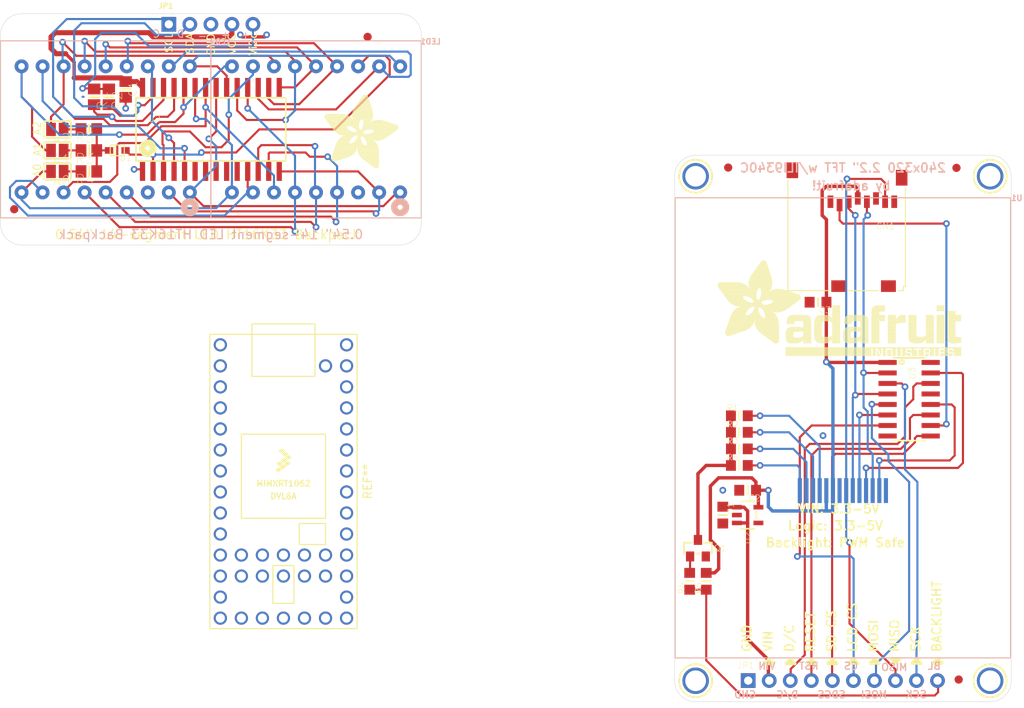
<source format=kicad_pcb>
(kicad_pcb (version 20211014) (generator pcbnew)
  (layers (0 "F.Cu" signal) (31 "B.Cu" signal) (34 "B.Paste" user) (35 "F.Paste" user) (36 "B.SilkS" user "B.Silkscreen") (37 "F.SilkS" user "F.Silkscreen") (38 "B.Mask" user) (39 "F.Mask" user) (44 "Edge.Cuts" user))
  (net 0 "")
  (footprint "" (layer "F.Cu") (at 99.822 44.45)
    (fp_text reference "@HOLE2" hide)
    (fp_text value "")
  )
  (footprint "" (layer "F.Cu") (at 99.822 68.58)
    (fp_text reference "@HOLE0" hide)
    (fp_text value "")
  )
  (footprint "Adafruit 0.54 Alphanumeric v0.1:0805-NO" (layer "F.Cu") (at 109.22 52.578 -90)
    (fp_text reference "R1")
    (fp_text value "10K")
  )
  (footprint "Adafruit 0.54 Alphanumeric v0.1:0805-NO" (layer "F.Cu") (at 108.585 61.595 180)
    (fp_text reference "R4")
    (fp_text value "47K")
  )
  (footprint "Adafruit 0.54 Alphanumeric v0.1:0805-NO" (layer "F.Cu") (at 108.585 56.515 180)
    (fp_text reference "R5")
    (fp_text value "47K")
  )
  (footprint "Adafruit_2.2_SPI_240x320:MOUNTINGHOLE_2.5_PLATED" (layer "F.Cu") (at 181.85 123.14)
    (fp_text reference "U$2" hide)
    (fp_text value "MOUNTINGHOLE2.5" hide)
  )
  (footprint "Adafruit_2.2_SPI_240x320:_0805MP" (layer "F.Cu") (at 187.13 97.12)
    (fp_text reference "R6")
    (fp_text value "10")
  )
  (footprint "Adafruit 0.54 Alphanumeric v0.1:ADAFRUIT_9MM" (layer "F.Cu") (at 137.033 61.214)
    (fp_text reference "U$3" hide)
    (fp_text value "" hide)
  )
  (footprint "Adafruit_2.2_SPI_240x320:MOUNTINGHOLE_2.5_PLATED" (layer "F.Cu") (at 217.41 62.18)
    (fp_text reference "U$3" hide)
    (fp_text value "MOUNTINGHOLE2.5" hide)
  )
  (footprint "Adafruit_2.2_SPI_240x320:_0805MP" (layer "F.Cu") (at 188.13 100.12 180)
    (fp_text reference "C2")
    (fp_text value "10uF")
  )
  (footprint "Adafruit 0.54 Alphanumeric v0.1:SOD-323F" (layer "F.Cu") (at 112.014 59.055 180)
    (fp_text reference "D1")
    (fp_text value "1N4148")
  )
  (footprint "Adafruit_2.2_SPI_240x320:MOUNTINGHOLE_2.5_PLATED" (layer "F.Cu") (at 217.41 123.14)
    (fp_text reference "U$5" hide)
    (fp_text value "MOUNTINGHOLE2.5" hide)
  )
  (footprint "Adafruit_2.2_SPI_240x320:_0805MP" (layer "F.Cu") (at 187.13 93.12)
    (fp_text reference "R2")
    (fp_text value "10")
  )
  (footprint "Adafruit_2.2_SPI_240x320:_0805MP" (layer "F.Cu") (at 187.13 95.12)
    (fp_text reference "R3")
    (fp_text value "10")
  )
  (footprint "Adafruit_2.2_SPI_240x320:FIDUCIAL_1MM" (layer "F.Cu") (at 213.346 61.164)
    (fp_text reference "FID3" hide)
    (fp_text value "FIDUCIAL\"\"" hide)
  )
  (footprint "Adafruit_2.2_SPI_240x320:SOIC16" (layer "F.Cu") (at 207.63 89.12 -90)
    (fp_text reference "U3")
    (fp_text value "74HC4050D")
  )
  (footprint "" (layer "F.Cu") (at 146.812 68.58)
    (fp_text reference "@HOLE1" hide)
    (fp_text value "")
  )
  (footprint "Adafruit 0.54 Alphanumeric v0.1:SOLDERJUMPER_REFLOW_NOPASTE" (layer "F.Cu") (at 104.775 61.595 180)
    (fp_text reference "A0")
    (fp_text value "")
  )
  (footprint "Adafruit 0.54 Alphanumeric v0.1:1X05_ROUND_70" (layer "F.Cu") (at 123.317 43.815)
    (fp_text reference "JP1")
    (fp_text value "")
  )
  (footprint "Adafruit 0.54 Alphanumeric v0.1:FIDUCIAL_1MM" (layer "F.Cu") (at 142.24 45.339)
    (fp_text reference "U$1" hide)
    (fp_text value "FIDUCIAL" hide)
  )
  (footprint "Adafruit_2.2_SPI_240x320:_0805MP" (layer "F.Cu") (at 187.13 91.12)
    (fp_text reference "R1")
    (fp_text value "10")
  )
  (footprint "Adafruit_2.2_SPI_240x320:_0805MP" (layer "F.Cu") (at 196.63 77.398 180)
    (fp_text reference "C3")
    (fp_text value "10uF")
  )
  (footprint "Adafruit 0.54 Alphanumeric v0.1:SOP28_300MIL" (layer "F.Cu") (at 123.317 56.515)
    (fp_text reference "U2")
    (fp_text value "")
  )
  (footprint "Adafruit_2.2_SPI_240x320:MICROSD" (layer "F.Cu") (at 207.13 75.898 180)
    (fp_text reference "CN1")
    (fp_text value "")
  )
  (footprint "" (layer "F.Cu") (at 146.812 44.45)
    (fp_text reference "@HOLE3" hide)
    (fp_text value "")
  )
  (footprint "Adafruit_2.2_SPI_240x320:1X10_ROUND70" (layer "F.Cu") (at 199.63 123.12)
    (fp_text reference "JP1")
    (fp_text value "")
  )
  (footprint "Adafruit 0.54 Alphanumeric v0.1:FIDUCIAL_1MM" (layer "F.Cu") (at 99.568 66.167)
    (fp_text reference "U$2" hide)
    (fp_text value "FIDUCIAL" hide)
  )
  (footprint "Adafruit 0.54 Alphanumeric v0.1:0805-NO" (layer "F.Cu") (at 110.998 52.578 -90)
    (fp_text reference "R2")
    (fp_text value "10K")
  )
  (footprint "Adafruit_2.2_SPI_240x320:SOT23-WIDE" (layer "F.Cu") (at 182.13 107.12)
    (fp_text reference "Q1")
    (fp_text value "2N2222")
  )
  (footprint "Adafruit_2.2_SPI_240x320:ADAFRUIT_TEXT_30MM" (layer "F.Cu") (at 184.265 83.882)
    (fp_text reference "U$20" hide)
    (fp_text value "" hide)
  )
  (footprint "Adafruit_2.2_SPI_240x320:SOT23-5" (layer "F.Cu") (at 188.13 103.12 -90)
    (fp_text reference "U2")
    (fp_text value "RT9193-3.3")
  )
  (footprint "Adafruit 0.54 Alphanumeric v0.1:SOLDERJUMPER_REFLOW_NOPASTE" (layer "F.Cu") (at 104.775 56.515 180)
    (fp_text reference "A2")
    (fp_text value "")
  )
  (footprint "Adafruit_2.2_SPI_240x320:FIDUCIAL_1MM" (layer "F.Cu") (at 213.614 122.993)
    (fp_text reference "FID1" hide)
    (fp_text value "FIDUCIAL\"\"" hide)
  )
  (footprint "Adafruit 0.54 Alphanumeric v0.1:0805-NO" (layer "F.Cu") (at 113.03 51.689 -90)
    (fp_text reference "C1")
    (fp_text value "10uF")
  )
  (footprint "teensy:Teensy40" (layer "F.Cu") (at 132.08 99.06 -90)
    (fp_text reference "REF**")
    (fp_text value "Teensy 4.0")
  )
  (footprint "Adafruit_2.2_SPI_240x320:_0805MP" (layer "F.Cu") (at 183.13 111.12 90)
    (fp_text reference "R5")
    (fp_text value "10K")
  )
  (footprint "Adafruit_2.2_SPI_240x320:_0805MP" (layer "F.Cu") (at 185.13 103.12 -90)
    (fp_text reference "C1")
    (fp_text value "10uF")
  )
  (footprint "Adafruit_2.2_SPI_240x320:FIDUCIAL_1MM" (layer "F.Cu") (at 185.781 61.128)
    (fp_text reference "FID2" hide)
    (fp_text value "FIDUCIAL\"\"" hide)
  )
  (footprint "Adafruit 0.54 Alphanumeric v0.1:0805-NO" (layer "F.Cu") (at 108.585 59.055 180)
    (fp_text reference "R3")
    (fp_text value "47K")
  )
  (footprint "Adafruit 0.54 Alphanumeric v0.1:SOLDERJUMPER_REFLOW_NOPASTE" (layer "F.Cu") (at 104.775 59.055 180)
    (fp_text reference "A1")
    (fp_text value "")
  )
  (footprint "Adafruit_2.2_SPI_240x320:_0805MP" (layer "F.Cu") (at 181.13 111.12 90)
    (fp_text reference "R4")
    (fp_text value "1K")
  )
  (footprint "Adafruit_2.2_SPI_240x320:MOUNTINGHOLE_2.5_PLATED" (layer "F.Cu") (at 181.85 62.18)
    (fp_text reference "U$4" hide)
    (fp_text value "MOUNTINGHOLE2.5" hide)
  )
  (footprint "Adafruit_2.2_SPI_240x320:TM022HDH26_2.2IN_LCD" (layer "B.Cu") (at 199.63 90.501 180)
    (fp_text reference "U1")
    (fp_text value "")
  )
  (footprint "Adafruit 0.54 Alphanumeric v0.1:SEGMENT_STARTBUST_DUAL_KWA-541CBB" (layer "B.Cu") (at 136.017 56.515 180)
    (fp_text reference "LED1")
    (fp_text value "")
  )
  (footprint "Adafruit 0.54 Alphanumeric v0.1:SEGMENT_STARTBUST_DUAL_KWA-541CBB" (layer "B.Cu") (at 110.617 56.515 180)
    (fp_text reference "LED2")
    (fp_text value "")
  )
  (gr_line (start 193.3 120.548) (end 192.792 121.056) (layer "F.SilkS") (width 0.4064))
  (gr_line (start 195.332 121.056) (end 196.348 121.056) (layer "F.SilkS") (width 0.4064))
  (gr_line (start 205.492 120.494) (end 206 121.002) (layer "F.SilkS") (width 0.4064))
  (gr_line (start 202.952 121.002) (end 203.968 121.002) (layer "F.SilkS") (width 0.4064))
  (gr_line (start 190.7 120.548) (end 190.192 121.056) (layer "F.SilkS") (width 0.4064))
  (gr_line (start 211.588 121.002) (end 211.08 120.494) (layer "F.SilkS") (width 0.4064))
  (gr_line (start 208.54 120.494) (end 208.032 121.002) (layer "F.SilkS") (width 0.4064))
  (gr_line (start 190.192 121.056) (end 191.208 121.056) (layer "F.SilkS") (width 0.4064))
  (gr_line (start 210.572 121.002) (end 211.588 121.002) (layer "F.SilkS") (width 0.4064))
  (gr_line (start 203.46 120.494) (end 202.952 121.002) (layer "F.SilkS") (width 0.4064))
  (gr_line (start 211.08 120.494) (end 210.572 121.002) (layer "F.SilkS") (width 0.4064))
  (gr_line (start 195.84 120.548) (end 195.332 121.056) (layer "F.SilkS") (width 0.4064))
  (gr_line (start 203.968 121.002) (end 203.46 120.494) (layer "F.SilkS") (width 0.4064))
  (gr_line (start 192.792 121.056) (end 193.808 121.056) (layer "F.SilkS") (width 0.4064))
  (gr_line (start 197.872 121.056) (end 198.888 121.056) (layer "F.SilkS") (width 0.4064))
  (gr_line (start 198.38 120.548) (end 197.872 121.056) (layer "F.SilkS") (width 0.4064))
  (gr_line (start 206.508 120.494) (end 205.492 120.494) (layer "F.SilkS") (width 0.4064))
  (gr_line (start 191.208 121.056) (end 190.7 120.548) (layer "F.SilkS") (width 0.4064))
  (gr_line (start 208.032 121.002) (end 209.048 121.002) (layer "F.SilkS") (width 0.4064))
  (gr_line (start 201.428 121.002) (end 200.92 120.494) (layer "F.SilkS") (width 0.4064))
  (gr_line (start 196.348 121.056) (end 195.84 120.548) (layer "F.SilkS") (width 0.4064))
  (gr_line (start 200.92 120.494) (end 200.412 121.002) (layer "F.SilkS") (width 0.4064))
  (gr_line (start 206 121.002) (end 206.508 120.494) (layer "F.SilkS") (width 0.4064))
  (gr_line (start 193.808 121.056) (end 193.3 120.548) (layer "F.SilkS") (width 0.4064))
  (gr_line (start 198.888 121.056) (end 198.38 120.548) (layer "F.SilkS") (width 0.4064))
  (gr_line (start 209.048 121.002) (end 208.54 120.494) (layer "F.SilkS") (width 0.4064))
  (gr_line (start 200.412 121.002) (end 201.428 121.002) (layer "F.SilkS") (width 0.4064))
  (gr_line (start 100.457 70.485) (end 146.177 70.485) (layer "Edge.Cuts") (width 0.05))
  (gr_arc (start 146.177 42.545) (mid 147.973051 43.288949) (end 148.717 45.085) (layer "Edge.Cuts") (width 0.05))
  (gr_arc (start 100.457 70.485) (mid 98.660949 69.741051) (end 97.917 67.945) (layer "Edge.Cuts") (width 0.05))
  (gr_line (start 181.85 125.68) (end 217.41 125.68) (layer "Edge.Cuts") (width 0.05))
  (gr_line (start 219.95 123.14) (end 219.95 62.18) (layer "Edge.Cuts") (width 0.05))
  (gr_line (start 148.717 67.945) (end 148.717 45.085) (layer "Edge.Cuts") (width 0.05))
  (gr_arc (start 219.95 123.14) (mid 219.206051 124.936051) (end 217.41 125.68) (layer "Edge.Cuts") (width 0.05))
  (gr_arc (start 217.41 59.64) (mid 219.206051 60.383949) (end 219.95 62.18) (layer "Edge.Cuts") (width 0.05))
  (gr_line (start 97.917 45.085) (end 97.917 67.945) (layer "Edge.Cuts") (width 0.05))
  (gr_line (start 146.177 42.545) (end 100.457 42.545) (layer "Edge.Cuts") (width 0.05))
  (gr_line (start 217.41 59.64) (end 181.85 59.64) (layer "Edge.Cuts") (width 0.05))
  (gr_arc (start 179.31 62.18) (mid 180.053949 60.383949) (end 181.85 59.64) (layer "Edge.Cuts") (width 0.05))
  (gr_arc (start 148.717 67.945) (mid 147.973051 69.741051) (end 146.177 70.485) (layer "Edge.Cuts") (width 0.05))
  (gr_arc (start 181.85 125.68) (mid 180.053949 124.936051) (end 179.31 123.14) (layer "Edge.Cuts") (width 0.05))
  (gr_arc (start 97.917 45.085) (mid 98.660949 43.288949) (end 100.457 42.545) (layer "Edge.Cuts") (width 0.05))
  (gr_line (start 179.31 62.18) (end 179.31 123.14) (layer "Edge.Cuts") (width 0.05))
  (gr_text "D/C" (at 194.342 125.316) (layer "B.SilkS") (effects (font (size 0.8636 0.8636) (thickness 0.1524)) (justify left bottom mirror)))
  (gr_text "MISO" (at 207.502 122.014) (layer "B.SilkS") (effects (font (size 0.8636 0.8636) (thickness 0.1524)) (justify left bottom mirror)))
  (gr_text "by adafruit!" (at 200.646 63.323) (layer "B.SilkS") (effects (font (size 1.0795 1.0795) (thickness 0.1905)) (justify mirror)))
  (gr_text "VIN" (at 191.588 121.866) (layer "B.SilkS") (effects (font (size 0.8636 0.8636) (thickness 0.1524)) (justify left bottom mirror)))
  (gr_text "-" (at 121.666 44.704) (layer "B.SilkS") (effects (font (size 0.89408 0.89408) (thickness 0.12192)) (justify right top mirror)))
  (gr_text "SDCS" (at 200.042 125.316) (layer "B.SilkS") (effects (font (size 0.8636 0.8636) (thickness 0.1524)) (justify left bottom mirror)))
  (gr_text "RST" (at 196.788 121.866) (layer "B.SilkS") (effects (font (size 0.8636 0.8636) (thickness 0.1524)) (justify left bottom mirror)))
  (gr_text "0.54\" 14-segment LED HT16K33 Backpack" (at 123.317 69.215) (layer "B.SilkS") (effects (font (size 1.1176 1.1176) (thickness 0.1524)) (justify mirror)))
  (gr_text "+" (at 126.873 44.577) (layer "B.SilkS") (effects (font (size 0.89408 0.89408) (thickness 0.12192)) (justify right top mirror)))
  (gr_text "CS" (at 201.542 121.866) (layer "B.SilkS") (effects (font (size 0.8636 0.8636) (thickness 0.1524)) (justify left bottom mirror)))
  (gr_text "240x320 2.2\" TFT w/ILI9340C" (at 199.63 61.164) (layer "B.SilkS") (effects (font (size 1.0795 1.0795) (thickness 0.1905)) (justify mirror)))
  (gr_text "SCK" (at 209.836 125.295) (layer "B.SilkS") (effects (font (size 0.8636 0.8636) (thickness 0.1524)) (justify left bottom mirror)))
  (gr_text "MOSI" (at 205.042 125.316) (layer "B.SilkS") (effects (font (size 0.8636 0.8636) (thickness 0.1524)) (justify left bottom mirror)))
  (gr_text "+" (at 124.46 44.577) (layer "B.SilkS") (effects (font (size 0.89408 0.89408) (thickness 0.12192)) (justify right top mirror)))
  (gr_text "D" (at 119.126 44.45) (layer "B.SilkS") (effects (font (size 0.89408 0.89408) (thickness 0.12192)) (justify right top mirror)))
  (gr_text "C" (at 116.205 44.45) (layer "B.SilkS") (effects (font (size 0.89408 0.89408) (thickness 0.12192)) (justify right top mirror)))
  (gr_text "GND" (at 189.242 125.316) (layer "B.SilkS") (effects (font (size 0.8636 0.8636) (thickness 0.1524)) (justify left bottom mirror)))
  (gr_text "BL" (at 211.542 121.866) (layer "B.SilkS") (effects (font (size 0.8636 0.8636) (thickness 0.1524)) (justify left bottom mirror)))
  (gr_text "GND" (at 122.809 44.831 90) (layer "F.SilkS") (effects (font (size 0.89408 0.89408) (thickness 0.12192)) (justify right top)))
  (gr_text "SCL" (at 117.729 44.704 90) (layer "F.SilkS") (effects (font (size 0.89408 0.89408) (thickness 0.12192)) (justify right top)))
  (gr_text "LCD CS" (at 201.428 119.786 90) (layer "F.SilkS") (effects (font (size 1.0795 1.0795) (thickness 0.1905)) (justify left bottom)))
  (gr_text "Logic: 3.3-5V" (at 192.87 105.046) (layer "F.SilkS") (effects (font (size 1.0795 1.0795) (thickness 0.1905)) (justify left bottom)))
  (gr_text "MOSI" (at 203.968 119.786 90) (layer "F.SilkS") (effects (font (size 1.0795 1.0795) (thickness 0.1905)) (justify left bottom)))
  (gr_text "A2" (at 102.87 57.277 90) (layer "F.SilkS") (effects (font (size 0.89408 0.89408) (thickness 0.12192)) (justify left bottom)))
  (gr_text "SCK" (at 209.048 119.786 90) (layer "F.SilkS") (effects (font (size 1.0795 1.0795) (thickness 0.1905)) (justify left bottom)))
  (gr_text "A0" (at 102.87 62.357 90) (layer "F.SilkS") (effects (font (size 0.89408 0.89408) (thickness 0.12192)) (justify left bottom)))
  (gr_text "Backlight: PWM Safe" (at 190.203 107.078) (layer "F.SilkS") (effects (font (size 1.0795 1.0795) (thickness 0.1905)) (justify left bottom)))
  (gr_text "MISO" (at 206.508 119.786 90) (layer "F.SilkS") (effects (font (size 1.0795 1.0795) (thickness 0.1905)) (justify left bottom)))
  (gr_text "BACKLIGHT" (at 211.588 119.786 90) (layer "F.SilkS") (effects (font (size 1.0795 1.0795) (thickness 0.1905)) (justify left bottom)))
  (gr_text "VIN" (at 191.208 119.786 90) (layer "F.SilkS") (effects (font (size 1.0795 1.0795) (thickness 0.1905)) (justify left bottom)))
  (gr_text "RESET" (at 196.348 119.786 90) (layer "F.SilkS") (effects (font (size 1.0795 1.0795) (thickness 0.1905)) (justify left bottom)))
  (gr_text "SD CS" (at 198.888 119.786 90) (layer "F.SilkS") (effects (font (size 1.0795 1.0795) (thickness 0.1905)) (justify left bottom)))
  (gr_text "0.54\" 14-segment LED HT16K33 Backpack " (at 123.317 69.215) (layer "F.SilkS") (effects (font (size 1.1176 1.1176) (thickness 0.1524))))
  (gr_text "A1" (at 102.87 59.817 90) (layer "F.SilkS") (effects (font (size 0.89408 0.89408) (thickness 0.12192)) (justify left bottom)))
  (gr_text "GND" (at 188.668 119.786 90) (layer "F.SilkS") (effects (font (size 1.0795 1.0795) (thickness 0.1905)) (justify left bottom)))
  (gr_text "D/C" (at 193.808 119.786 90) (layer "F.SilkS") (effects (font (size 1.0795 1.0795) (thickness 0.1905)) (justify left bottom)))
  (gr_text "VIN: 3.3-5V" (at 194.14 103.014) (layer "F.SilkS") (effects (font (size 1.0795 1.0795) (thickness 0.1905)) (justify left bottom)))
  (gr_text "VCC" (at 125.349 44.831 90) (layer "F.SilkS") (effects (font (size 0.89408 0.89408) (thickness 0.12192)) (justify right top)))
  (gr_text "SDA" (at 120.269 44.831 90) (layer "F.SilkS") (effects (font (size 0.89408 0.89408) (thickness 0.12192)) (justify right top)))
  (gr_text "Vi2c" (at 127.889 44.704 90) (layer "F.SilkS") (effects (font (size 0.89408 0.89408) (thickness 0.12192)) (justify right top)))
  (segment (start 115.062 51.435) (end 114.366 50.739) (width 0.6096) (layer "F.Cu") (net 0))
  (segment (start 198.33 96.12) (end 198.33 123.09) (width 0.254) (layer "F.Cu") (net 0))
  (segment (start 188.63 98.62) (end 189.13 99.12) (width 0.4064) (layer "F.Cu") (net 0))
  (segment (start 188.08 104.07) (end 188.13 104.12) (width 0.4064) (layer "F.Cu") (net 0))
  (segment (start 144.907 49.911) (end 138.303 56.515) (width 0.254) (layer "F.Cu") (net 0))
  (segment (start 118.11 54.991) (end 116.713 54.991) (width 0.254) (layer "F.Cu") (net 0))
  (segment (start 111.125 62.865) (end 106.68 62.865) (width 0.254) (layer "F.Cu") (net 0))
  (segment (start 183.63 106.12) (end 183.63 99.62) (width 0.4064) (layer "F.Cu") (net 0))
  (segment (start 104.521 44.831) (end 115.824 44.831) (width 0.6096) (layer "F.Cu") (net 0))
  (segment (start 106.68 62.865) (end 105.537 64.008) (width 0.254) (layer "F.Cu") (net 0))
  (segment (start 120.777 64.135) (end 122.428 65.786) (width 0.254) (layer "F.Cu") (net 0))
  (segment (start 113.03 50.8) (end 113.03 50.739) (width 0.6096) (layer "F.Cu") (net 0))
  (segment (start 199.23 67.498) (end 199.63 67.898) (width 0.254) (layer "F.Cu") (net 0))
  (segment (start 109.22 54.356) (end 109.22 53.528) (width 0.254) (layer "F.Cu") (net 0))
  (segment (start 208.13 87.62) (end 208.13 89.12) (width 0.254) (layer "F.Cu") (net 0))
  (segment (start 118.237 64.135) (end 120.523 66.421) (width 0.254) (layer "F.Cu") (net 0))
  (segment (start 113.03 52.639) (end 113.03 53.975) (width 0.254) (layer "F.Cu") (net 0))
  (segment (start 145.796 64.135) (end 146.177 64.135) (width 0.254) (layer "F.Cu") (net 0))
  (segment (start 213.955 85.945) (end 214.13 86.12) (width 0.254) (layer "F.Cu") (net 0))
  (segment (start 184.63 109.62) (end 184.63 107.12) (width 0.4064) (layer "F.Cu") (net 0))
  (segment (start 199.63 67.898) (end 212.13 67.898) (width 0.254) (layer "F.Cu") (net 0))
  (segment (start 109.535 59.055) (end 109.535 61.595) (width 0.254) (layer "F.Cu") (net 0))
  (segment (start 116.713 54.991) (end 115.697 56.007) (width 0.254) (layer "F.Cu") (net 0))
  (segment (start 189.13 100.104) (end 189.146 100.12) (width 0.4064) (layer "F.Cu") (net 0))
  (segment (start 125.476 45.339) (end 125.857 44.958) (width 0.6096) (layer "F.Cu") (net 0))
  (segment (start 208.535 87.215) (end 208.13 87.62) (width 0.254) (layer "F.Cu") (net 0))
  (segment (start 195.03 95.12) (end 195.03 120.02) (width 0.254) (layer "F.Cu") (net 0))
  (segment (start 112.522 50.292) (end 113.03 50.8) (width 0.6096) (layer "F.Cu") (net 0))
  (segment (start 193.33 123.07) (end 193.28 123.12) (width 0.254) (layer "F.Cu") (net 0))
  (segment (start 185.196 102.17) (end 185.13 102.104) (width 0.4064) (layer "F.Cu") (net 0))
  (segment (start 117.475 58.293) (end 117.475 56.769) (width 0.254) (layer "F.Cu") (net 0))
  (segment (start 205.03 92.295) (end 195.855 92.295) (width 0.254) (layer "F.Cu") (net 0))
  (segment (start 116.332 59.563) (end 116.332 61.595) (width 0.254) (layer "F.Cu") (net 0))
  (segment (start 195.83 95.92) (end 195.83 123.11) (width 0.254) (layer "F.Cu") (net 0))
  (segment (start 189.63 91.12) (end 188.146 91.12) (width 0.254) (layer "F.Cu") (net 0))
  (segment (start 130.302 54.102) (end 138.43 54.102) (width 0.254) (layer "F.Cu") (net 0))
  (segment (start 113.522 59.563) (end 113.014 59.055) (width 0.254) (layer "F.Cu") (net 0))
  (segment (start 109.535 56.515) (end 109.535 59.055) (width 0.254) (layer "F.Cu") (net 0))
  (segment (start 109.154 51.562) (end 109.22 51.628) (width 0.254) (layer "F.Cu") (net 0))
  (segment (start 202.305 85.945) (end 202.13 85.92) (width 0.254) (layer "F.Cu") (net 0))
  (segment (start 117.348 56.134) (end 122.682 56.134) (width 0.254) (layer "F.Cu") (net 0))
  (segment (start 122.682 58.674) (end 124.587 58.674) (width 0.254) (layer "F.Cu") (net 0))
  (segment (start 206.63 95.12) (end 196.63 95.12) (width 0.254) (layer "F.Cu") (net 0))
  (segment (start 144.907 48.133) (end 144.907 49.911) (width 0.254) (layer "F.Cu") (net 0))
  (segment (start 133.477 48.26) (end 133.477 48.895) (width 0.254) (layer "F.Cu") (net 0))
  (segment (start 110.363 55.245) (end 106.934 55.245) (width 0.254) (layer "F.Cu") (net 0))
  (segment (start 118.999 55.626) (end 120.015 54.61) (width 0.254) (layer "F.Cu") (net 0))
  (segment (start 112.334 54.864) (end 114.046 54.864) (width 0.254) (layer "F.Cu") (net 0))
  (segment (start 188.13 104.12) (end 188.13 118.12) (width 0.4064) (layer "F.Cu") (net 0))
  (segment (start 197.646 67.414) (end 197.13 66.898) (width 0.4064) (layer "F.Cu") (net 0))
  (segment (start 117.094 55.626) (end 115.57 57.15) (width 0.254) (layer "F.Cu") (net 0))
  (segment (start 118.872 58.166) (end 118.237 57.531) (width 0.254) (layer "F.Cu") (net 0))
  (segment (start 211.955 92.295) (end 212.13 92.12) (width 0.254) (layer "F.Cu") (net 0))
  (segment (start 113.538 46.101) (end 113.284 45.847) (width 0.254) (layer "F.Cu") (net 0))
  (segment (start 195.83 123.11) (end 195.82 123.12) (width 0.254) (layer "F.Cu") (net 0))
  (segment (start 132.334 55.372) (end 127.635 55.372) (width 0.254) (layer "F.Cu") (net 0))
  (segment (start 201.925 91.025) (end 201.63 91.02) (width 0.254) (layer "F.Cu") (net 0))
  (segment (start 108.077 45.847) (end 109.347 47.117) (width 0.254) (layer "F.Cu") (net 0))
  (segment (start 187.68 102.17) (end 188.13 102.62) (width 0.4064) (layer "F.Cu") (net 0))
  (segment (start 123.952 56.769) (end 123.063 57.658) (width 0.254) (layer "F.Cu") (net 0))
  (segment (start 117.094 55.626) (end 118.999 55.626) (width 0.254) (layer "F.Cu") (net 0))
  (segment (start 110.998 53.528) (end 112.334 54.864) (width 0.254) (layer "F.Cu") (net 0))
  (segment (start 120.015 54.61) (end 120.015 53.848) (width 0.254) (layer "F.Cu") (net 0))
  (segment (start 184.63 98.62) (end 188.63 98.62) (width 0.4064) (layer "F.Cu") (net 0))
  (segment (start 213.13 95.92) (end 212.53 96.52) (width 0.254) (layer "F.Cu") (net 0))
  (segment (start 105.537 64.008) (end 105.537 64.135) (width 0.254) (layer "F.Cu") (net 0))
  (segment (start 200.43 116.22) (end 205.98 121.77) (width 0.254) (layer "F.Cu") (net 0))
  (segment (start 120.777 48.895) (end 124.079 48.895) (width 0.254) (layer "F.Cu") (net 0))
  (segment (start 111.887 55.499) (end 115.062 55.499) (width 0.254) (layer "F.Cu") (net 0))
  (segment (start 117.602 52.959) (end 117.602 51.435) (width 0.254) (layer "F.Cu") (net 0))
  (segment (start 214.13 86.12) (end 214.13 96.82) (width 0.254) (layer "F.Cu") (net 0))
  (segment (start 117.475 56.769) (end 120.777 56.769) (width 0.254) (layer "F.Cu") (net 0))
  (segment (start 121.539 55.245) (end 121.539 55.118) (width 0.254) (layer "F.Cu") (net 0))
  (segment (start 190.63 123.01) (end 190.74 123.12) (width 0.4064) (layer "F.Cu") (net 0))
  (segment (start 210.73 124.92) (end 211.13 124.52) (width 0.254) (layer "F.Cu") (net 0))
  (segment (start 111.379 54.991) (end 111.887 55.499) (width 0.254) (layer "F.Cu") (net 0))
  (segment (start 104.648 47.371) (end 104.013 46.736) (width 0.6096) (layer "F.Cu") (net 0))
  (segment (start 202.53 66.798) (end 202.63 66.898) (width 0.254) (layer "F.Cu") (net 0))
  (segment (start 184.146 110.104) (end 184.63 109.62) (width 0.4064) (layer "F.Cu") (net 0))
  (segment (start 131.572 61.595) (end 141.097 61.595) (width 0.254) (layer "F.Cu") (net 0))
  (segment (start 129.032 52.832) (end 130.302 54.102) (width 0.254) (layer "F.Cu") (net 0))
  (segment (start 207.13 93.62) (end 206.23 94.52) (width 0.254) (layer "F.Cu") (net 0))
  (segment (start 129.794 45.339) (end 130.048 45.085) (width 0.4064) (layer "F.Cu") (net 0))
  (segment (start 104.013 46.736) (end 104.013 45.339) (width 0.6096) (layer "F.Cu") (net 0))
  (segment (start 181.18 108.12) (end 181.18 110.054) (width 0.254) (layer "F.Cu") (net 0))
  (segment (start 198.33 123.09) (end 198.36 123.12) (width 0.254) (layer "F.Cu") (net 0))
  (segment (start 116.332 52.578) (end 116.332 51.435) (width 0.254) (layer "F.Cu") (net 0))
  (segment (start 103.378 59.055) (end 104.013 59.055) (width 0.254) (layer "F.Cu") (net 0))
  (segment (start 200.13 62.498) (end 204.23 62.498) (width 0.254) (layer "F.Cu") (net 0))
  (segment (start 135.255 59.817) (end 137.414 59.817) (width 0.254) (layer "F.Cu") (net 0))
  (segment (start 135.763 46.101) (end 113.538 46.101) (width 0.254) (layer "F.Cu") (net 0))
  (segment (start 120.523 66.421) (end 143.002 66.421) (width 0.254) (layer "F.Cu") (net 0))
  (segment (start 105.537 56.515) (end 107.635 56.515) (width 0.254) (layer "F.Cu") (net 0))
  (segment (start 111.379 54.991) (end 111.125 54.737) (width 0.254) (layer "F.Cu") (net 0))
  (segment (start 141.097 48.895) (end 142.367 47.625) (width 0.254) (layer "F.Cu") (net 0))
  (segment (start 205.03 88.485) (end 201.265 88.485) (width 0.254) (layer "F.Cu") (net 0))
  (segment (start 121.539 55.118) (end 121.412 54.991) (width 0.254) (layer "F.Cu") (net 0))
  (segment (start 123.952 51.435) (end 123.952 56.769) (width 0.254) (layer "F.Cu") (net 0))
  (segment (start 114.046 54.864) (end 114.554 54.356) (width 0.254) (layer "F.Cu") (net 0))
  (segment (start 114.538 53.578) (end 114.554 53.594) (width 0.254) (layer "F.Cu") (net 0))
  (segment (start 207.73 91.42) (end 207.73 94.02) (width 0.254) (layer "F.Cu") (net 0))
  (segment (start 186.114 91.12) (end 186.114 93.12) (width 0.4064) (layer "F.Cu") (net 0))
  (segment (start 189.4301 100.4041) (end 189.146 100.12) (width 0.4064) (layer "F.Cu") (net 0))
  (segment (start 121.412 54.991) (end 121.412 51.435) (width 0.254) (layer "F.Cu") (net 0))
  (segment (start 117.602 61.595) (end 117.602 58.42) (width 0.254) (layer "F.Cu") (net 0))
  (segment (start 183.13 112.136) (end 183.13 120.677) (width 0.254) (layer "F.Cu") (net 0))
  (segment (start 144.145 65.786) (end 145.796 64.135) (width 0.254) (layer "F.Cu") (net 0))
  (segment (start 101.727 57.404) (end 103.378 59.055) (width 0.254) (layer "F.Cu") (net 0))
  (segment (start 130.302 59.436) (end 130.429 59.309) (width 0.254) (layer "F.Cu") (net 0))
  (segment (start 195.63 94.52) (end 195.03 95.12) (width 0.254) (layer "F.Cu") (net 0))
  (segment (start 210.23 91.025) (end 208.125 91.025) (width 0.254) (layer "F.Cu") (net 0))
  (segment (start 112.268 58.166) (end 112.014 58.42) (width 0.254) (layer "F.Cu") (net 0))
  (segment (start 205.03 85.945) (end 202.305 85.945) (width 0.254) (layer "F.Cu") (net 0))
  (segment (start 102.997 61.595) (end 100.457 64.135) (width 0.254) (layer "F.Cu") (net 0))
  (segment (start 189.4301 102.17) (end 189.4301 100.4041) (width 0.4064) (layer "F.Cu") (net 0))
  (segment (start 112.268 68.326) (end 132.969 68.326) (width 0.254) (layer "F.Cu") (net 0))
  (segment (start 130.302 52.832) (end 130.937 53.467) (width 0.254) (layer "F.Cu") (net 0))
  (segment (start 205.03 84.675) (end 197.685 84.675) (width 0.4064) (layer "F.Cu") (net 0))
  (segment (start 104.013 45.339) (end 104.521 44.831) (width 0.6096) (layer "F.Cu") (net 0))
  (segment (start 200.33 65.258) (end 200.33 66.098) (width 0.254) (layer "F.Cu") (net 0))
  (segment (start 105.3465 53.6575) (end 104.013 54.991) (width 0.254) (layer "F.Cu") (net 0))
  (segment (start 207.13 90.12) (end 207.13 93.62) (width 0.254) (layer "F.Cu") (net 0))
  (segment (start 114.173 67.691) (end 135.382 67.691) (width 0.254) (layer "F.Cu") (net 0))
  (segment (start 100.457 48.895) (end 100.457 52.578) (width 0.254) (layer "F.Cu") (net 0))
  (segment (start 197.685 84.675) (end 197.63 84.62) (width 0.4064) (layer "F.Cu") (net 0))
  (segment (start 120.777 56.769) (end 122.682 58.674) (width 0.254) (layer "F.Cu") (net 0))
  (segment (start 102.997 61.595) (end 104.013 61.595) (width 0.254) (layer "F.Cu") (net 0))
  (segment (start 116.332 52.578) (end 115.316 53.594) (width 0.254) (layer "F.Cu") (net 0))
  (segment (start 105.537 53.467) (end 105.3465 53.6575) (width 0.254) (layer "F.Cu") (net 0))
  (segment (start 116.332 45.339) (end 125.476 45.339) (width 0.6096) (layer "F.Cu") (net 0))
  (segment (start 100.457 52.578) (end 101.727 53.848) (width 0.254) (layer "F.Cu") (net 0))
  (segment (start 115.062 61.595) (end 115.062 61.341) (width 0.254) (layer "F.Cu") (net 0))
  (segment (start 118.872 51.435) (end 118.872 54.229) (width 0.254) (layer "F.Cu") (net 0))
  (segment (start 130.937 48.26) (end 130.937 48.895) (width 0.254) (layer "F.Cu") (net 0))
  (segment (start 112.014 58.42) (end 112.014 61.976) (width 0.254) (layer "F.Cu") (net 0))
  (segment (start 106.934 55.245) (end 105.3465 53.6575) (width 0.254) (layer "F.Cu") (net 0))
  (segment (start 205.03 89.755) (end 203.265 89.755) (width 0.254) (layer "F.Cu") (net 0))
  (segment (start 115.062 55.499) (end 117.602 52.959) (width 0.254) (layer "F.Cu") (net 0))
  (segment (start 127.635 55.372) (end 126.492 54.229) (width 0.254) (layer "F.Cu") (net 0))
  (segment (start 186.8299 104.07) (end 188.08 104.07) (width 0.4064) (layer "F.Cu") (net 0))
  (segment (start 188.13 118.12) (end 190.63 120.62) (width 0.4064) (layer "F.Cu") (net 0))
  (segment (start 141.097 61.595) (end 143.637 64.135) (width 0.254) (layer "F.Cu") (net 0))
  (segment (start 201.265 88.485) (end 201.13 88.62) (width 0.254) (layer "F.Cu") (net 0))
  (segment (start 210.23 87.215) (end 208.535 87.215) (width 0.254) (layer "F.Cu") (net 0))
  (segment (start 111.125 56.007) (end 110.363 55.245) (width 0.254) (layer "F.Cu") (net 0))
  (segment (start 184.63 107.12) (end 183.63 106.12) (width 0.4064) (layer "F.Cu") (net 0))
  (segment (start 114.366 50.739) (end 113.03 50.739) (width 0.6096) (layer "F.Cu") (net 0))
  (segment (start 193.33 121.72) (end 193.33 123.07) (width 0.254) (layer "F.Cu") (net 0))
  (segment (start 131.572 51.435) (end 133.477 51.435) (width 0.254) (layer "F.Cu") (net 0))
  (segment (start 126.873 45.085) (end 127.127 45.339) (width 0.4064) (layer "F.Cu") (net 0))
  (segment (start 116.078 67.056) (end 137.795 67.056) (width 0.254) (layer "F.Cu") (net 0))
  (segment (start 113.522 59.563) (end 116.332 59.563) (width 0.254) (layer "F.Cu") (net 0))
  (segment (start 127.762 63.5) (end 128.397 64.135) (width 0.254) (layer "F.Cu") (net 0))
  (segment (start 105.537 61.595) (end 107.635 61.595) (width 0.254) (layer "F.Cu") (net 0))
  (segment (start 129.032 51.435) (end 129.032 52.832) (width 0.254) (layer "F.Cu") (net 0))
  (segment (start 210.23 89.755) (end 212.765 89.755) (width 0.254) (layer "F.Cu") (net 0))
  (segment (start 208.33 94.32) (end 206.93 95.72) (width 0.254) (layer "F.Cu") (net 0))
  (segment (start 107.823 51.562) (end 109.154 51.562) (width 0.254) (layer "F.Cu") (net 0))
  (segment (start 126.365 59.309) (end 122.174 59.309) (width 0.254) (layer "F.Cu") (net 0))
  (segment (start 120.142 58.801) (end 120.142 61.595) (width 0.254) (layer "F.Cu") (net 0))
  (segment (start 125.857 44.958) (end 125.857 43.815) (width 0.6096) (layer "F.Cu") (net 0))
  (segment (start 210.23 93.565) (end 208.585 93.565) (width 0.254) (layer "F.Cu") (net 0))
  (segment (start 129.032 58.801) (end 129.413 58.42) (width 0.254) (layer "F.Cu") (net 0))
  (segment (start 125.476 57.785) (end 125.476 54.737) (width 0.254) (layer "F.Cu") (net 0))
  (segment (start 213.13 90.12) (end 213.13 95.92) (width 0.254) (layer "F.Cu") (net 0))
  (segment (start 189.63 93.12) (end 188.146 93.12) (width 0.254) (layer "F.Cu") (net 0))
  (segment (start 129.032 61.595) (end 129.032 58.801) (width 0.254) (layer "F.Cu") (net 0))
  (segment (start 197.63 77.414) (end 197.646 77.398) (width 0.4064) (layer "F.Cu") (net 0))
  (segment (start 189.13 99.12) (end 189.13 100.104) (width 0.4064) (layer "F.Cu") (net 0))
  (segment (start 105.537 48.895) (end 105.537 53.467) (width 0.254) (layer "F.Cu") (net 0))
  (segment (start 133.731 46.609) (end 111.125 46.609) (width 0.254) (layer "F.Cu") (net 0))
  (segment (start 208.33 93.82) (end 208.33 94.32) (width 0.254) (layer "F.Cu") (net 0))
  (segment (start 200.43 106.42) (end 200.43 116.22) (width 0.254) (layer "F.Cu") (net 0))
  (segment (start 190.63 100.12) (end 189.146 100.12) (width 0.4064) (layer "F.Cu") (net 0))
  (segment (start 205.98 121.77) (end 205.98 123.12) (width 0.254) (layer "F.Cu") (net 0))
  (segment (start 110.617 64.135) (end 114.173 67.691) (width 0.254) (layer "F.Cu") (net 0))
  (segment (start 112.014 61.976) (end 111.125 62.865) (width 0.254) (layer "F.Cu") (net 0))
  (segment (start 127.127 45.339) (end 129.794 45.339) (width 0.4064) (layer "F.Cu") (net 0))
  (segment (start 197.63 63.398) (end 201.13 63.398) (width 0.4064) (layer "F.Cu") (net 0))
  (segment (start 207.73 94.02) (end 206.63 95.12) (width 0.254) (layer "F.Cu") (net 0))
  (segment (start 210.23 85.945) (end 213.955 85.945) (width 0.254) (layer "F.Cu") (net 0))
  (segment (start 138.557 48.895) (end 135.763 46.101) (width 0.254) (layer "F.Cu") (net 0))
  (segment (start 105.791 47.371) (end 104.648 47.371) (width 0.6096) (layer "F.Cu") (net 0))
  (segment (start 115.824 44.831) (end 116.332 45.339) (width 0.6096) (layer "F.Cu") (net 0))
  (segment (start 114.554 54.356) (end 114.554 53.594) (width 0.254) (layer "F.Cu") (net 0))
  (segment (start 208.125 91.025) (end 207.73 91.42) (width 0.254) (layer "F.Cu") (net 0))
  (segment (start 126.492 54.229) (end 126.492 51.435) (width 0.254) (layer "F.Cu") (net 0))
  (segment (start 130.302 47.625) (end 130.937 48.26) (width 0.254) (layer "F.Cu") (net 0))
  (segment (start 199.23 65.658) (end 199.23 67.498) (width 0.254) (layer "F.Cu") (net 0))
  (segment (start 120.015 51.562) (end 120.142 51.435) (width 0.254) (layer "F.Cu") (net 0))
  (segment (start 206.725 87.215) (end 207.13 87.62) (width 0.254) (layer "F.Cu") (net 0))
  (segment (start 129.159 56.515) (end 126.365 59.309) (width 0.254) (layer "F.Cu") (net 0))
  (segment (start 138.43 54.102) (end 143.637 48.895) (width 0.254) (layer "F.Cu") (net 0))
  (segment (start 132.969 68.326) (end 133.477 68.834) (width 0.254) (layer "F.Cu") (net 0))
  (segment (start 186.114 93.12) (end 186.114 95.12) (width 0.4064) (layer "F.Cu") (net 0))
  (segment (start 115.062 61.341) (end 114.046 61.341) (width 0.254) (layer "F.Cu") (net 0))
  (segment (start 117.348 56.134) (end 115.316 58.166) (width 0.254) (layer "F.Cu") (net 0))
  (segment (start 134.747 59.309) (end 135.255 59.817) (width 0.254) (layer "F.Cu") (net 0))
  (segment (start 106.807 50.292) (end 112.522 50.292) (width 0.6096) (layer "F.Cu") (net 0))
  (segment (start 137.795 67.056) (end 138.43 67.691) (width 0.254) (layer "F.Cu") (net 0))
  (segment (start 194.43 107.82) (end 194.13 108.12) (width 0.254) (layer "F.Cu") (net 0))
  (segment (start 202.53 65.258) (end 202.53 66.798) (width 0.254) (layer "F.Cu") (net 0))
  (segment (start 113.157 64.135) (end 116.078 67.056) (width 0.254) (layer "F.Cu") (net 0))
  (segment (start 106.807 50.292) (end 106.807 48.387) (width 0.4064) (layer "F.Cu") (net 0))
  (segment (start 130.302 61.595) (end 130.302 59.436) (width 0.254) (layer "F.Cu") (net 0))
  (segment (start 197.646 77.398) (end 197.646 67.414) (width 0.4064) (layer "F.Cu") (net 0))
  (segment (start 206.93 95.72) (end 198.73 95.72) (width 0.254) (layer "F.Cu") (net 0))
  (segment (start 211.13 124.52) (end 211.13 123.19) (width 0.254) (layer "F.Cu") (net 0))
  (segment (start 202.43 97.42) (end 213.53 97.42) (width 0.254) (layer "F.Cu") (net 0))
  (segment (start 208.585 93.565) (end 208.33 93.82) (width 0.254) (layer "F.Cu") (net 0))
  (segment (start 129.413 58.42) (end 135.763 58.42) (width 0.254) (layer "F.Cu") (net 0))
  (segment (start 183.13 110.104) (end 184.146 110.104) (width 0.4064) (layer "F.Cu") (net 0))
  (segment (start 118.872 61.595) (end 118.872 58.166) (width 0.254) (layer "F.Cu") (net 0))
  (segment (start 212.765 89.755) (end 213.13 90.12) (width 0.254) (layer "F.Cu") (net 0))
  (segment (start 182.13 98.12) (end 182.13 106.12) (width 0.4064) (layer "F.Cu") (net 0))
  (segment (start 214.13 96.82) (end 213.53 97.42) (width 0.254) (layer "F.Cu") (net 0))
  (segment (start 189.63 97.12) (end 188.146 97.12) (width 0.254) (layer "F.Cu") (net 0))
  (segment (start 133.985 53.467) (end 138.557 48.895) (width 0.254) (layer "F.Cu") (net 0))
  (segment (start 186.114 95.12) (end 186.114 97.12) (width 0.4064) (layer "F.Cu") (net 0))
  (segment (start 127.762 53.975) (end 127.762 51.435) (width 0.254) (layer "F.Cu") (net 0))
  (segment (start 124.587 58.674) (end 125.476 57.785) (width 0.254) (layer "F.Cu") (net 0))
  (segment (start 210.23 92.295) (end 211.955 92.295) (width 0.254) (layer "F.Cu") (net 0))
  (segment (start 132.334 47.117) (end 133.477 48.26) (width 0.254) (layer "F.Cu") (net 0))
  (segment (start 138.303 56.515) (end 129.159 56.515) (width 0.254) (layer "F.Cu") (net 0))
  (segment (start 144.399 47.625) (end 144.907 48.133) (width 0.254) (layer "F.Cu") (net 0))
  (segment (start 183.63 99.62) (end 184.63 98.62) (width 0.4064) (layer "F.Cu") (net 0))
  (segment (start 203.265 89.755) (end 203.13 89.72) (width 0.254) (layer "F.Cu") (net 0))
  (segment (start 198.73 95.72) (end 198.33 96.12) (width 0.254) (layer "F.Cu") (net 0))
  (segment (start 136.017 48.895) (end 133.731 46.609) (width 0.254) (layer "F.Cu") (net 0))
  (segment (start 104.013 54.991) (end 104.013 56.515) (width 0.254) (layer "F.Cu") (net 0))
  (segment (start 106.807 48.387) (end 105.791 47.371) (width 0.4064) (layer "F.Cu") (net 0))
  (segment (start 204.03 96.52) (end 212.53 96.52) (width 0.254) (layer "F.Cu") (net 0))
  (segment (start 109.601 54.737) (end 109.22 54.356) (width 0.254) (layer "F.Cu") (net 0))
  (segment (start 101.727 57.404) (end 101.727 53.848) (width 0.254) (layer "F.Cu") (net 0))
  (segment (start 197.63 84.62) (end 197.63 77.414) (width 0.4064) (layer "F.Cu") (net 0))
  (segment (start 195.03 120.02) (end 193.33 121.72) (width 0.254) (layer "F.Cu") (net 0))
  (segment (start 205.03 87.215) (end 206.725 87.215) (width 0.254) (layer "F.Cu") (net 0))
  (segment (start 118.872 54.229) (end 118.11 54.991) (width 0.254) (layer "F.Cu") (net 0))
  (segment (start 143.002 66.421) (end 143.256 66.675) (width 0.254) (layer "F.Cu") (net 0))
  (segment (start 187.373 124.92) (end 210.73 124.92) (width 0.254) (layer "F.Cu") (net 0))
  (segment (start 110.998 51.628) (end 109.22 51.628) (width 0.254) (layer "F.Cu") (net 0))
  (segment (start 186.8299 102.17) (end 187.68 102.17) (width 0.4064) (layer "F.Cu") (net 0))
  (segment (start 115.57 57.15) (end 112.268 57.15) (width 0.254) (layer "F.Cu") (net 0))
  (segment (start 127.762 61.595) (end 127.762 63.5) (width 0.254) (layer "F.Cu") (net 0))
  (segment (start 109.535 59.055) (end 111.014 59.055) (width 0.254) (layer "F.Cu") (net 0))
  (segment (start 204.73 62.998) (end 204.23 62.498) (width 0.254) (layer "F.Cu") (net 0))
  (segment (start 189.63 95.12) (end 188.146 95.12) (width 0.254) (layer "F.Cu") (net 0))
  (segment (start 183.13 97.12) (end 182.13 98.12) (width 0.4064) (layer "F.Cu") (net 0))
  (segment (start 130.302 51.435) (end 130.302 52.832) (width 0.254) (layer "F.Cu") (net 0))
  (segment (start 115.697 56.007) (end 111.125 56.007) (width 0.254) (layer "F.Cu") (net 0))
  (segment (start 124.079 48.895) (end 125.222 50.038) (width 0.254) (layer "F.Cu") (net 0))
  (segment (start 122.682 56.134) (end 122.682 53.848) (width 0.254) (layer "F.Cu") (net 0))
  (segment (start 208.13 89.12) (end 207.13 90.12) (width 0.254) (layer "F.Cu") (net 0))
  (segment (start 201.43 63.698) (end 201.13 63.398) (width 0.4064) (layer "F.Cu") (net 0))
  (segment (start 186.114 97.12) (end 183.13 97.12) (width 0.4064) (layer "F.Cu") (net 0))
  (segment (start 201.43 64.858) (end 201.43 63.698) (width 0.4064) (layer "F.Cu") (net 0))
  (segment (start 117.602 58.42) (end 117.475 58.293) (width 0.254) (layer "F.Cu") (net 0))
  (segment (start 200.33 66.098) (end 201.13 66.898) (width 0.254) (layer "F.Cu") (net 0))
  (segment (start 186.8299 102.17) (end 185.196 102.17) (width 0.4064) (layer "F.Cu") (net 0))
  (segment (start 181.13 112.136) (end 183.13 112.136) (width 0.254) (layer "F.Cu") (net 0))
  (segment (start 211.13 123.19) (end 211.06 123.12) (width 0.254) (layer "F.Cu") (net 0))
  (segment (start 188.13 102.62) (end 188.13 104.12) (width 0.4064) (layer "F.Cu") (net 0))
  (segment (start 122.682 53.848) (end 122.682 51.435) (width 0.254) (layer "F.Cu") (net 0))
  (segment (start 130.937 53.467) (end 133.985 53.467) (width 0.254) (layer "F.Cu") (net 0))
  (segment (start 108.077 64.135) (end 112.268 68.326) (width 0.254) (layer "F.Cu") (net 0))
  (segment (start 133.477 51.435) (end 136.017 48.895) (width 0.254) (layer "F.Cu") (net 0))
  (segment (start 206.23 94.52) (end 195.63 94.52) (width 0.254) (layer "F.Cu") (net 0))
  (segment (start 104.267 56.515) (end 104.013 56.515) (width 0.254) (layer "F.Cu") (net 0))
  (segment (start 105.537 59.055) (end 107.635 59.055) (width 0.254) (layer "F.Cu") (net 0))
  (segment (start 190.63 120.62) (end 190.63 123.01) (width 0.4064) (layer "F.Cu") (net 0))
  (segment (start 197.13 63.898) (end 197.63 63.398) (width 0.4064) (layer "F.Cu") (net 0))
  (segment (start 204.73 65.258) (end 204.73 62.998) (width 0.254) (layer "F.Cu") (net 0))
  (segment (start 105.41 45.974) (end 107.061 47.625) (width 0.254) (layer "F.Cu") (net 0))
  (segment (start 125.222 50.038) (end 125.222 51.435) (width 0.254) (layer "F.Cu") (net 0))
  (segment (start 120.015 53.848) (end 120.015 51.562) (width 0.254) (layer "F.Cu") (net 0))
  (segment (start 130.429 59.309) (end 134.747 59.309) (width 0.254) (layer "F.Cu") (net 0))
  (segment (start 135.763 58.42) (end 135.89 58.547) (width 0.254) (layer "F.Cu") (net 0))
  (segment (start 181.18 110.054) (end 181.13 110.104) (width 0.254) (layer "F.Cu") (net 0))
  (segment (start 205.03 91.025) (end 201.925 91.025) (width 0.254) (layer "F.Cu") (net 0))
  (segment (start 110.744 46.228) (end 110.617 46.228) (width 0.254) (layer "F.Cu") (net 0))
  (segment (start 115.316 53.594) (end 114.554 53.594) (width 0.254) (layer "F.Cu") (net 0))
  (segment (start 111.125 46.609) (end 110.744 46.228) (width 0.254) (layer "F.Cu") (net 0))
  (segment (start 122.428 65.786) (end 144.145 65.786) (width 0.254) (layer "F.Cu") (net 0))
  (segment (start 115.316 58.166) (end 112.268 58.166) (width 0.254) (layer "F.Cu") (net 0))
  (segment (start 142.367 47.625) (end 144.399 47.625) (width 0.254) (layer "F.Cu") (net 0))
  (segment (start 109.347 47.117) (end 132.334 47.117) (width 0.254) (layer "F.Cu") (net 0))
  (segment (start 194.43 93.72) (end 194.43 107.82) (width 0.254) (layer "F.Cu") (net 0))
  (segment (start 183.13 120.677) (end 187.373 124.92) (width 0.254) (layer "F.Cu") (net 0))
  (segment (start 196.63 95.12) (end 195.83 95.92) (width 0.254) (layer "F.Cu") (net 0))
  (segment (start 107.061 47.625) (end 130.302 47.625) (width 0.254) (layer "F.Cu") (net 0))
  (segment (start 195.855 92.295) (end 194.43 93.72) (width 0.254) (layer "F.Cu") (net 0))
  (segment (start 197.13 66.898) (end 197.13 63.898) (width 0.4064) (layer "F.Cu") (net 0))
  (segment (start 111.125 54.737) (end 109.601 54.737) (width 0.254) (layer "F.Cu") (net 0))
  (segment (start 135.382 67.691) (end 136.017 68.326) (width 0.254) (layer "F.Cu") (net 0))
  (via (at 189.63 91.12) (size 0.8064) (drill 0.4) (layers "F.Cu" "B.Cu") (net 0))
  (via (at 122.174 59.309) (size 0.8001) (drill 0.3937) (layers "F.Cu" "B.Cu") (net 0))
  (via (at 207.13 87.62) (size 0.8064) (drill 0.4) (layers "F.Cu" "B.Cu") (net 0))
  (via (at 212.13 92.12) (size 0.8064) (drill 0.4) (layers "F.Cu" "B.Cu") (net 0))
  (via (at 133.477 68.834) (size 0.8001) (drill 0.3937) (layers "F.Cu" "B.Cu") (net 0))
  (via (at 135.89 58.547) (size 0.8001) (drill 0.3937) (layers "F.Cu" "B.Cu") (net 0))
  (via (at 201.13 66.898) (size 0.8064) (drill 0.4) (layers "F.Cu" "B.Cu") (net 0))
  (via (at 200.13 62.498) (size 0.8064) (drill 0.4) (layers "F.Cu" "B.Cu") (net 0))
  (via (at 120.015 53.848) (size 0.8001) (drill 0.3937) (layers "F.Cu" "B.Cu") (net 0))
  (via (at 111.379 54.991) (size 0.8001) (drill 0.3937) (layers "F.Cu" "B.Cu") (net 0))
  (via (at 126.873 45.085) (size 0.8001) (drill 0.3937) (layers "F.Cu" "B.Cu") (net 0))
  (via (at 130.048 45.085) (size 0.8001) (drill 0.3937) (layers "F.Cu" "B.Cu") (net 0))
  (via (at 201.63 91.02) (size 0.8064) (drill 0.4) (layers "F.Cu" "B.Cu") (net 0))
  (via (at 110.617 46.228) (size 0.8001) (drill 0.3937) (layers "F.Cu" "B.Cu") (net 0))
  (via (at 212.13 67.898) (size 0.8064) (drill 0.4) (layers "F.Cu" "B.Cu") (net 0))
  (via (at 197.63 84.62) (size 0.8064) (drill 0.4) (layers "F.Cu" "B.Cu") (net 0))
  (via (at 116.332 59.563) (size 0.8001) (drill 0.3937) (layers "F.Cu" "B.Cu") (net 0))
  (via (at 202.43 97.42) (size 0.8064) (drill 0.4) (layers "F.Cu" "B.Cu") (net 0))
  (via (at 204.03 96.52) (size 0.8064) (drill 0.4) (layers "F.Cu" "B.Cu") (net 0))
  (via (at 202.63 66.898) (size 0.8064) (drill 0.4) (layers "F.Cu" "B.Cu") (net 0))
  (via (at 197.23 93.52) (size 0.8064) (drill 0.4) (layers "F.Cu" "B.Cu") (net 0))
  (via (at 105.41 45.974) (size 0.8001) (drill 0.3937) (layers "F.Cu" "B.Cu") (net 0))
  (via (at 194.13 108.12) (size 0.8064) (drill 0.4) (layers "F.Cu" "B.Cu") (net 0))
  (via (at 138.43 67.691) (size 0.8001) (drill 0.3937) (layers "F.Cu" "B.Cu") (net 0))
  (via (at 118.237 57.531) (size 0.8001) (drill 0.3937) (layers "F.Cu" "B.Cu") (net 0))
  (via (at 114.554 53.594) (size 0.8001) (drill 0.3937) (layers "F.Cu" "B.Cu") (net 0))
  (via (at 190.63 100.12) (size 0.8064) (drill 0.4) (layers "F.Cu" "B.Cu") (net 0))
  (via (at 200.43 106.42) (size 0.8064) (drill 0.4) (layers "F.Cu" "B.Cu") (net 0))
  (via (at 120.142 58.801) (size 0.8001) (drill 0.3937) (layers "F.Cu" "B.Cu") (net 0))
  (via (at 143.256 66.675) (size 0.8001) (drill 0.3937) (layers "F.Cu" "B.Cu") (net 0))
  (via (at 108.077 45.847) (size 0.8001) (drill 0.3937) (layers "F.Cu" "B.Cu") (net 0))
  (via (at 127.762 53.975) (size 0.8001) (drill 0.3937) (layers "F.Cu" "B.Cu") (net 0))
  (via (at 113.03 53.975) (size 0.8001) (drill 0.3937) (layers "F.Cu" "B.Cu") (net 0))
  (via (at 122.682 53.848) (size 0.8001) (drill 0.3937) (layers "F.Cu" "B.Cu") (net 0))
  (via (at 121.539 55.245) (size 0.8001) (drill 0.3937) (layers "F.Cu" "B.Cu") (net 0))
  (via (at 107.823 51.562) (size 0.8001) (drill 0.3937) (layers "F.Cu" "B.Cu") (net 0))
  (via (at 189.63 95.12) (size 0.8064) (drill 0.4) (layers "F.Cu" "B.Cu") (net 0))
  (via (at 112.268 57.15) (size 0.8001) (drill 0.3937) (layers "F.Cu" "B.Cu") (net 0))
  (via (at 125.476 54.737) (size 0.8001) (drill 0.3937) (layers "F.Cu" "B.Cu") (net 0))
  (via (at 123.063 57.658) (size 0.8001) (drill 0.3937) (layers "F.Cu" "B.Cu") (net 0))
  (via (at 137.414 59.817) (size 0.8001) (drill 0.3937) (layers "F.Cu" "B.Cu") (net 0))
  (via (at 201.13 88.62) (size 0.8064) (drill 0.4) (layers "F.Cu" "B.Cu") (net 0))
  (via (at 132.334 55.372) (size 0.8001) (drill 0.3937) (layers "F.Cu" "B.Cu") (net 0))
  (via (at 113.284 45.847) (size 0.8001) (drill 0.3937) (layers "F.Cu" "B.Cu") (net 0))
  (via (at 136.017 68.326) (size 0.8001) (drill 0.3937) (layers "F.Cu" "B.Cu") (net 0))
  (via (at 202.13 85.92) (size 0.8064) (drill 0.4) (layers "F.Cu" "B.Cu") (net 0))
  (via (at 185.13 100.12) (size 0.8064) (drill 0.4) (layers "F.Cu" "B.Cu") (net 0))
  (via (at 114.046 61.341) (size 0.8001) (drill 0.3937) (layers "F.Cu" "B.Cu") (net 0))
  (via (at 189.63 97.12) (size 0.8064) (drill 0.4) (layers "F.Cu" "B.Cu") (net 0))
  (via (at 203.13 89.72) (size 0.8064) (drill 0.4) (layers "F.Cu" "B.Cu") (net 0))
  (via (at 189.63 93.12) (size 0.8064) (drill 0.4) (layers "F.Cu" "B.Cu") (net 0))
  (segment (start 114.554 54.356) (end 114.554 53.594) (width 0.254) (layer "B.Cu") (net 0))
  (segment (start 133.477 64.135) (end 133.477 59.69) (width 0.254) (layer "B.Cu") (net 0))
  (segment (start 198.384 102.62) (end 197.63 102.62) (width 0.4064) (layer "B.Cu") (net 0))
  (segment (start 100.33 49.022) (end 100.457 48.895) (width 0.254) (layer "B.Cu") (net 0))
  (segment (start 114.046 61.341) (end 114.046 61.214) (width 0.254) (layer "B.Cu") (net 0))
  (segment (start 194.43 100.161) (end 194.43 97.42) (width 0.254) (layer "B.Cu") (net 0))
  (segment (start 147.447 47.498) (end 147.066 47.117) (width 0.254) (layer "B.Cu") (net 0))
  (segment (start 147.193 50.165) (end 147.447 49.911) (width 0.254) (layer "B.Cu") (net 0))
  (segment (start 119.507 45.085) (end 116.713 45.085) (width 0.254) (layer "B.Cu") (net 0))
  (segment (start 111.506 53.721) (end 112.649 54.864) (width 0.254) (layer "B.Cu") (net 0))
  (segment (start 205.13 96.62) (end 207.63 99.12) (width 0.254) (layer "B.Cu") (net 0))
  (segment (start 143.637 66.294) (end 143.637 64.135) (width 0.254) (layer "B.Cu") (net 0))
  (segment (start 128.397 49.911) (end 128.397 48.895) (width 0.254) (layer "B.Cu") (net 0))
  (segment (start 128.397 46.482) (end 115.824 46.482) (width 0.254) (layer "B.Cu") (net 0))
  (segment (start 197.63 100.161) (end 197.63 102.62) (width 0.4064) (layer "B.Cu") (net 0))
  (segment (start 207.63 99.12) (end 207.63 117.12) (width 0.254) (layer "B.Cu") (net 0))
  (segment (start 203.63 122.93) (end 203.44 123.12) (width 0.254) (layer "B.Cu") (net 0))
  (segment (start 147.447 49.911) (end 147.447 47.498) (width 0.254) (layer "B.Cu") (net 0))
  (segment (start 113.284 45.847) (end 113.284 48.768) (width 0.254) (layer "B.Cu") (net 0))
  (segment (start 202.63 66.898) (end 202.13 67.398) (width 0.254) (layer "B.Cu") (net 0))
  (segment (start 195.23 96.72) (end 193.63 95.12) (width 0.254) (layer "B.Cu") (net 0))
  (segment (start 106.045 56.134) (end 114.554 56.134) (width 0.254) (layer "B.Cu") (net 0))
  (segment (start 207.63 117.12) (end 203.63 121.12) (width 0.254) (layer "B.Cu") (net 0))
  (segment (start 118.237 57.531) (end 116.205 55.499) (width 0.254) (layer "B.Cu") (net 0))
  (segment (start 136.017 68.326) (end 136.017 64.135) (width 0.254) (layer "B.Cu") (net 0))
  (segment (start 104.267 44.831) (end 104.267 52.578) (width 0.254) (layer "B.Cu") (net 0))
  (segment (start 203.13 89.72) (end 203.13 93.82) (width 0.254) (layer "B.Cu") (net 0))
  (segment (start 107.823 53.721) (end 111.506 53.721) (width 0.254) (layer "B.Cu") (net 0))
  (segment (start 208.63 99.12) (end 208.63 118.12) (width 0.254) (layer "B.Cu") (net 0))
  (segment (start 125.603 58.166) (end 122.682 55.245) (width 0.254) (layer "B.Cu") (net 0))
  (segment (start 110.109 44.831) (end 109.347 45.593) (width 0.254) (layer "B.Cu") (net 0))
  (segment (start 105.029 57.15) (end 100.457 52.578) (width 0.254) (layer "B.Cu") (net 0))
  (segment (start 144.907 47.625) (end 121.793 47.625) (width 0.254) (layer "B.Cu") (net 0))
  (segment (start 114.554 56.134) (end 117.221 58.801) (width 0.254) (layer "B.Cu") (net 0))
  (segment (start 125.476 52.832) (end 128.397 49.911) (width 0.254) (layer "B.Cu") (net 0))
  (segment (start 200.83 88.92) (end 201.13 88.62) (width 0.254) (layer "B.Cu") (net 0))
  (segment (start 121.92 59.563) (end 116.332 59.563) (width 0.254) (layer "B.Cu") (net 0))
  (segment (start 123.952 58.547) (end 123.952 60.96) (width 0.254) (layer "B.Cu") (net 0))
  (segment (start 114.046 54.864) (end 114.554 54.356) (width 0.254) (layer "B.Cu") (net 0))
  (segment (start 202.13 90.12) (end 202.13 85.92) (width 0.254) (layer "B.Cu") (net 0))
  (segment (start 138.557 60.96) (end 138.557 64.135) (width 0.254) (layer "B.Cu") (net 0))
  (segment (start 200.03 62.598) (end 200.13 62.498) (width 0.254) (layer "B.Cu") (net 0))
  (segment (start 138.557 67.564) (end 138.557 64.135) (width 0.254) (layer "B.Cu") (net 0))
  (segment (start 120.777 48.641) (end 120.777 48.895) (width 0.254) (layer "B.Cu") (net 0))
  (segment (start 198.43 100.161) (end 198.43 85.42) (width 0.4064) (layer "B.Cu") (net 0))
  (segment (start 202.13 90.12) (end 202.63 90.62) (width 0.254) (layer "B.Cu") (net 0))
  (segment (start 101.219 66.929) (end 124.968 66.929) (width 0.254) (layer "B.Cu") (net 0))
  (segment (start 123.952 66.04) (end 101.473 66.04) (width 0.254) (layer "B.Cu") (net 0))
  (segment (start 122.174 59.309) (end 121.92 59.563) (width 0.254) (layer "B.Cu") (net 0))
  (segment (start 122.682 55.245) (end 121.539 55.245) (width 0.254) (layer "B.Cu") (net 0))
  (segment (start 201.63 100.161) (end 201.63 91.02) (width 0.254) (layer "B.Cu") (net 0))
  (segment (start 124.968 66.929) (end 127.762 64.135) (width 0.254) (layer "B.Cu") (net 0))
  (segment (start 121.793 47.625) (end 120.777 48.641) (width 0.254) (layer "B.Cu") (net 0))
  (segment (start 200.03 106.02) (end 200.43 106.42) (width 0.254) (layer "B.Cu") (net 0))
  (segment (start 133.477 59.69) (end 127.762 53.975) (width 0.254) (layer "B.Cu") (net 0))
  (segment (start 212.13 67.898) (end 212.13 92.12) (width 0.254) (layer "B.Cu") (net 0))
  (segment (start 133.477 68.834) (end 133.477 64.135) (width 0.254) (layer "B.Cu") (net 0))
  (segment (start 115.824 46.482) (end 114.173 44.831) (width 0.254) (layer "B.Cu") (net 0))
  (segment (start 105.918 43.18) (end 104.267 44.831) (width 0.254) (layer "B.Cu") (net 0))
  (segment (start 109.347 50.038) (end 107.823 51.562) (width 0.254) (layer "B.Cu") (net 0))
  (segment (start 133.477 54.229) (end 132.334 55.372) (width 0.254) (layer "B.Cu") (net 0))
  (segment (start 135.89 64.008) (end 136.017 64.135) (width 0.254) (layer "B.Cu") (net 0))
  (segment (start 130.937 64.135) (end 130.937 62.103) (width 0.254) (layer "B.Cu") (net 0))
  (segment (start 125.857 64.135) (end 125.857 58.42) (width 0.254) (layer "B.Cu") (net 0))
  (segment (start 113.284 48.768) (end 113.157 48.895) (width 0.254) (layer "B.Cu") (net 0))
  (segment (start 110.617 46.228) (end 110.617 48.895) (width 0.254) (layer "B.Cu") (net 0))
  (segment (start 117.602 43.18) (end 105.918 43.18) (width 0.254) (layer "B.Cu") (net 0))
  (segment (start 204.03 100.161) (end 204.03 96.52) (width 0.254) (layer "B.Cu") (net 0))
  (segment (start 207.13 87.62) (end 207.13 97.62) (width 0.254) (layer "B.Cu") (net 0))
  (segment (start 203.23 100.161) (end 203.23 95.72) (width 0.254) (layer "B.Cu") (net 0))
  (segment (start 105.537 48.895) (end 105.41 48.768) (width 0.254) (layer "B.Cu") (net 0))
  (segment (start 127.762 64.135) (end 128.397 64.135) (width 0.254) (layer "B.Cu") (net 0))
  (segment (start 143.256 66.675) (end 143.637 66.294) (width 0.254) (layer "B.Cu") (net 0))
  (segment (start 202.63 90.62) (end 202.63 95.12) (width 0.254) (layer "B.Cu") (net 0))
  (segment (start 125.857 64.135) (end 123.952 66.04) (width 0.254) (layer "B.Cu") (net 0))
  (segment (start 124.968 48.895) (end 120.015 53.848) (width 0.254) (layer "B.Cu") (net 0))
  (segment (start 101.473 66.04) (end 100.457 65.024) (width 0.254) (layer "B.Cu") (net 0))
  (segment (start 102.997 53.086) (end 106.045 56.134) (width 0.254) (layer "B.Cu") (net 0))
  (segment (start 119.888 58.547) (end 120.142 58.801) (width 0.254) (layer "B.Cu") (net 0))
  (segment (start 99.822 62.738) (end 99.06 63.5) (width 0.254) (layer "B.Cu") (net 0))
  (segment (start 196.03 100.161) (end 196.03 96.02) (width 0.254) (layer "B.Cu") (net 0))
  (segment (start 208.52 118.23) (end 208.52 123.12) (width 0.254) (layer "B.Cu") (net 0))
  (segment (start 193.63 95.12) (end 189.63 95.12) (width 0.254) (layer "B.Cu") (net 0))
  (segment (start 109.347 45.593) (end 109.347 50.038) (width 0.254) (layer "B.Cu") (net 0))
  (segment (start 208.63 118.12) (end 208.52 118.23) (width 0.254) (layer "B.Cu") (net 0))
  (segment (start 118.618 48.895) (end 118.237 48.895) (width 0.254) (layer "B.Cu") (net 0))
  (segment (start 123.952 60.96) (end 120.777 64.135) (width 0.254) (layer "B.Cu") (net 0))
  (segment (start 112.649 54.864) (end 114.046 54.864) (width 0.254) (layer "B.Cu") (net 0))
  (segment (start 106.807 44.577) (end 106.807 52.705) (width 0.254) (layer "B.Cu") (net 0))
  (segment (start 144.907 50.165) (end 147.193 50.165) (width 0.254) (layer "B.Cu") (net 0))
  (segment (start 135.89 58.547) (end 135.89 64.008) (width 0.254) (layer "B.Cu") (net 0))
  (segment (start 117.221 58.801) (end 120.142 58.801) (width 0.254) (layer "B.Cu") (net 0))
  (segment (start 201.13 66.898) (end 201.13 88.62) (width 0.254) (layer "B.Cu") (net 0))
  (segment (start 104.267 52.578) (end 106.68 54.991) (width 0.254) (layer "B.Cu") (net 0))
  (segment (start 200.93 108.42) (end 200.93 123.09) (width 0.254) (layer "B.Cu") (net 0))
  (segment (start 194.13 97.12) (end 189.63 97.12) (width 0.254) (layer "B.Cu") (net 0))
  (segment (start 116.713 45.085) (end 115.316 43.688) (width 0.254) (layer "B.Cu") (net 0))
  (segment (start 190.63 102.12) (end 190.63 100.12) (width 0.4064) (layer "B.Cu") (net 0))
  (segment (start 202.63 95.12) (end 203.23 95.72) (width 0.254) (layer "B.Cu") (net 0))
  (segment (start 100.457 52.578) (end 100.457 48.895) (width 0.254) (layer "B.Cu") (net 0))
  (segment (start 200.93 123.09) (end 200.9 123.12) (width 0.254) (layer "B.Cu") (net 0))
  (segment (start 115.316 43.688) (end 107.696 43.688) (width 0.254) (layer "B.Cu") (net 0))
  (segment (start 194.43 97.42) (end 194.13 97.12) (width 0.254) (layer "B.Cu") (net 0))
  (segment (start 125.857 48.895) (end 124.968 48.895) (width 0.254) (layer "B.Cu") (net 0))
  (segment (start 197.63 102.62) (end 191.13 102.62) (width 0.4064) (layer "B.Cu") (net 0))
  (segment (start 194.13 108.12) (end 200.63 108.12) (width 0.254) (layer "B.Cu") (net 0))
  (segment (start 195.23 100.161) (end 195.23 96.72) (width 0.254) (layer "B.Cu") (net 0))
  (segment (start 200.03 100.161) (end 200.03 106.02) (width 0.254) (layer "B.Cu") (net 0))
  (segment (start 196.03 96.02) (end 193.13 93.12) (width 0.254) (layer "B.Cu") (net 0))
  (segment (start 203.63 121.12) (end 203.63 122.93) (width 0.254) (layer "B.Cu") (net 0))
  (segment (start 120.777 43.815) (end 119.507 45.085) (width 0.254) (layer "B.Cu") (net 0))
  (segment (start 193.13 91.12) (end 189.63 91.12) (width 0.254) (layer "B.Cu") (net 0))
  (segment (start 125.857 58.42) (end 125.603 58.166) (width 0.254) (layer "B.Cu") (net 0))
  (segment (start 102.997 48.895) (end 102.997 53.086) (width 0.254) (layer "B.Cu") (net 0))
  (segment (start 108.077 48.895) (end 108.077 45.847) (width 0.254) (layer "B.Cu") (net 0))
  (segment (start 116.205 49.276) (end 115.824 48.895) (width 0.254) (layer "B.Cu") (net 0))
  (segment (start 196.83 100.161) (end 196.83 94.82) (width 0.254) (layer "B.Cu") (net 0))
  (segment (start 128.397 43.815) (end 128.397 46.482) (width 0.254) (layer "B.Cu") (net 0))
  (segment (start 123.063 57.658) (end 123.952 58.547) (width 0.254) (layer "B.Cu") (net 0))
  (segment (start 137.414 59.817) (end 138.557 60.96) (width 0.254) (layer "B.Cu") (net 0))
  (segment (start 102.997 64.135) (end 101.6 62.738) (width 0.254) (layer "B.Cu") (net 0))
  (segment (start 193.13 93.12) (end 189.63 93.12) (width 0.254) (layer "B.Cu") (net 0))
  (segment (start 200.63 108.12) (end 200.93 108.42) (width 0.254) (layer "B.Cu") (net 0))
  (segment (start 99.06 64.77) (end 101.219 66.929) (width 0.254) (layer "B.Cu") (net 0))
  (segment (start 100.457 65.024) (end 100.457 64.135) (width 0.254) (layer "B.Cu") (net 0))
  (segment (start 196.83 94.82) (end 193.13 91.12) (width 0.254) (layer "B.Cu") (net 0))
  (segment (start 101.6 62.738) (end 99.822 62.738) (width 0.254) (layer "B.Cu") (net 0))
  (segment (start 200.03 100.161) (end 200.03 62.598) (width 0.254) (layer "B.Cu") (net 0))
  (segment (start 200.83 100.161) (end 200.83 88.92) (width 0.254) (layer "B.Cu") (net 0))
  (segment (start 112.268 57.15) (end 105.029 57.15) (width 0.254) (layer "B.Cu") (net 0))
  (segment (start 146.177 48.895) (end 144.907 47.625) (width 0.254) (layer "B.Cu") (net 0))
  (segment (start 207.13 97.62) (end 208.63 99.12) (width 0.254) (layer "B.Cu") (net 0))
  (segment (start 202.13 67.398) (end 202.13 85.92) (width 0.254) (layer "B.Cu") (net 0))
  (segment (start 205.13 96.62) (end 205.13 95.82) (width 0.254) (layer "B.Cu") (net 0))
  (segment (start 99.06 63.5) (end 99.06 64.77) (width 0.254) (layer "B.Cu") (net 0))
  (segment (start 107.823 52.578) (end 107.95 52.578) (width 0.254) (layer "B.Cu") (net 0))
  (segment (start 120.396 47.117) (end 118.618 48.895) (width 0.254) (layer "B.Cu") (net 0))
  (segment (start 147.066 47.117) (end 120.396 47.117) (width 0.254) (layer "B.Cu") (net 0))
  (segment (start 203.13 93.82) (end 205.13 95.82) (width 0.254) (layer "B.Cu") (net 0))
  (segment (start 114.173 44.831) (end 110.109 44.831) (width 0.254) (layer "B.Cu") (net 0))
  (segment (start 133.477 48.895) (end 133.477 54.229) (width 0.254) (layer "B.Cu") (net 0))
  (segment (start 105.41 48.768) (end 105.41 45.974) (width 0.254) (layer "B.Cu") (net 0))
  (segment (start 115.824 48.895) (end 115.697 48.895) (width 0.254) (layer "B.Cu") (net 0))
  (segment (start 130.937 62.103) (end 122.682 53.848) (width 0.254) (layer "B.Cu") (net 0))
  (segment (start 143.637 48.895) (end 144.907 50.165) (width 0.254) (layer "B.Cu") (net 0))
  (segment (start 118.237 43.815) (end 117.602 43.18) (width 0.254) (layer "B.Cu") (net 0))
  (segment (start 116.205 55.499) (end 116.205 49.276) (width 0.254) (layer "B.Cu") (net 0))
  (segment (start 125.476 54.737) (end 125.476 52.832) (width 0.254) (layer "B.Cu") (net 0))
  (segment (start 198.43 85.42) (end 197.63 84.62) (width 0.4064) (layer "B.Cu") (net 0))
  (segment (start 198.43 100.161) (end 198.384 102.62) (width 0.4064) (layer "B.Cu") (net 0))
  (segment (start 138.43 67.691) (end 138.557 67.564) (width 0.254) (layer "B.Cu") (net 0))
  (segment (start 106.807 52.705) (end 107.823 53.721) (width 0.254) (layer "B.Cu") (net 0))
  (segment (start 191.13 102.62) (end 190.63 102.12) (width 0.4064) (layer "B.Cu") (net 0))
  (segment (start 107.696 43.688) (end 106.807 44.577) (width 0.254) (layer "B.Cu") (net 0))
  (segment (start 106.68 54.991) (end 111.379 54.991) (width 0.254) (layer "B.Cu") (net 0))
  (segment (start 202.43 100.161) (end 202.43 97.42) (width 0.254) (layer "B.Cu") (net 0))
)
</source>
